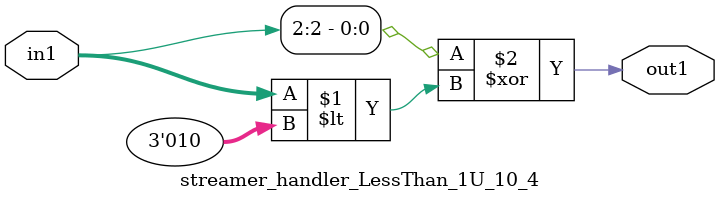
<source format=v>

`timescale 1ps / 1ps


module streamer_handler_LessThan_1U_10_4( in1, out1 );

    input [2:0] in1;
    output out1;

    
    // rtl_process:streamer_handler_LessThan_1U_10_4/streamer_handler_LessThan_1U_10_4_thread_1
    assign out1 = (in1[2] ^ in1 < 3'd2);

endmodule


</source>
